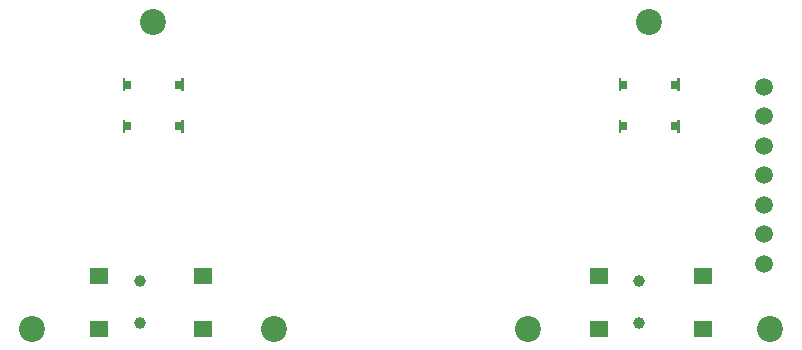
<source format=gbr>
%TF.GenerationSoftware,KiCad,Pcbnew,(5.1.10)-1*%
%TF.CreationDate,2022-06-08T22:38:54-05:00*%
%TF.ProjectId,GBOYBackController,47424f59-4261-4636-9b43-6f6e74726f6c,rev?*%
%TF.SameCoordinates,Original*%
%TF.FileFunction,Soldermask,Bot*%
%TF.FilePolarity,Negative*%
%FSLAX46Y46*%
G04 Gerber Fmt 4.6, Leading zero omitted, Abs format (unit mm)*
G04 Created by KiCad (PCBNEW (5.1.10)-1) date 2022-06-08 22:38:54*
%MOMM*%
%LPD*%
G01*
G04 APERTURE LIST*
%ADD10C,1.000000*%
%ADD11R,1.600000X1.400000*%
%ADD12C,0.100000*%
%ADD13C,1.500000*%
%ADD14C,2.200000*%
G04 APERTURE END LIST*
D10*
%TO.C,SW4*%
X169400000Y-98000000D03*
X169400000Y-101500000D03*
D11*
X166000000Y-97500000D03*
X174800000Y-97500000D03*
X166000000Y-102000000D03*
X174800000Y-102000000D03*
%TD*%
D10*
%TO.C,SW2*%
X127100000Y-98000000D03*
X127100000Y-101500000D03*
D11*
X123700000Y-97500000D03*
X132500000Y-97500000D03*
X123700000Y-102000000D03*
X132500000Y-102000000D03*
%TD*%
D12*
%TO.C,U1*%
G36*
X130624902Y-81900490D02*
G01*
X130624809Y-81900462D01*
X130624722Y-81900416D01*
X130624646Y-81900354D01*
X130624584Y-81900278D01*
X130624538Y-81900191D01*
X130624510Y-81900098D01*
X130624500Y-81900000D01*
X130624500Y-81700000D01*
X130125000Y-81700000D01*
X130125000Y-81000000D01*
X130624500Y-81000000D01*
X130624500Y-80800000D01*
X130624510Y-80799902D01*
X130624538Y-80799809D01*
X130624584Y-80799722D01*
X130624646Y-80799646D01*
X130624722Y-80799584D01*
X130624809Y-80799538D01*
X130624902Y-80799510D01*
X130625000Y-80799500D01*
X130825000Y-80799500D01*
X130825098Y-80799510D01*
X130825191Y-80799538D01*
X130825278Y-80799584D01*
X130825354Y-80799646D01*
X130825416Y-80799722D01*
X130825462Y-80799809D01*
X130825490Y-80799902D01*
X130825500Y-80800000D01*
X130825500Y-81900000D01*
X130825490Y-81900098D01*
X130825462Y-81900191D01*
X130825416Y-81900278D01*
X130825354Y-81900354D01*
X130825278Y-81900416D01*
X130825191Y-81900462D01*
X130825098Y-81900490D01*
X130825000Y-81900500D01*
X130625000Y-81900500D01*
X130624902Y-81900490D01*
G37*
G36*
X130624902Y-85400490D02*
G01*
X130624809Y-85400462D01*
X130624722Y-85400416D01*
X130624646Y-85400354D01*
X130624584Y-85400278D01*
X130624538Y-85400191D01*
X130624510Y-85400098D01*
X130624500Y-85400000D01*
X130624500Y-85200000D01*
X130125000Y-85200000D01*
X130125000Y-84500000D01*
X130624500Y-84500000D01*
X130624500Y-84300000D01*
X130624510Y-84299902D01*
X130624538Y-84299809D01*
X130624584Y-84299722D01*
X130624646Y-84299646D01*
X130624722Y-84299584D01*
X130624809Y-84299538D01*
X130624902Y-84299510D01*
X130625000Y-84299500D01*
X130825000Y-84299500D01*
X130825098Y-84299510D01*
X130825191Y-84299538D01*
X130825278Y-84299584D01*
X130825354Y-84299646D01*
X130825416Y-84299722D01*
X130825462Y-84299809D01*
X130825490Y-84299902D01*
X130825500Y-84300000D01*
X130825500Y-85400000D01*
X130825490Y-85400098D01*
X130825462Y-85400191D01*
X130825416Y-85400278D01*
X130825354Y-85400354D01*
X130825278Y-85400416D01*
X130825191Y-85400462D01*
X130825098Y-85400490D01*
X130825000Y-85400500D01*
X130625000Y-85400500D01*
X130624902Y-85400490D01*
G37*
G36*
X125875098Y-84299510D02*
G01*
X125875191Y-84299538D01*
X125875278Y-84299584D01*
X125875354Y-84299646D01*
X125875416Y-84299722D01*
X125875462Y-84299809D01*
X125875490Y-84299902D01*
X125875500Y-84300000D01*
X125875500Y-84500000D01*
X126375000Y-84500000D01*
X126375000Y-85200000D01*
X125875500Y-85200000D01*
X125875500Y-85400000D01*
X125875490Y-85400098D01*
X125875462Y-85400191D01*
X125875416Y-85400278D01*
X125875354Y-85400354D01*
X125875278Y-85400416D01*
X125875191Y-85400462D01*
X125875098Y-85400490D01*
X125875000Y-85400500D01*
X125675000Y-85400500D01*
X125674902Y-85400490D01*
X125674809Y-85400462D01*
X125674722Y-85400416D01*
X125674646Y-85400354D01*
X125674584Y-85400278D01*
X125674538Y-85400191D01*
X125674510Y-85400098D01*
X125674500Y-85400000D01*
X125674500Y-84300000D01*
X125674510Y-84299902D01*
X125674538Y-84299809D01*
X125674584Y-84299722D01*
X125674646Y-84299646D01*
X125674722Y-84299584D01*
X125674809Y-84299538D01*
X125674902Y-84299510D01*
X125675000Y-84299500D01*
X125875000Y-84299500D01*
X125875098Y-84299510D01*
G37*
G36*
X125875098Y-80799510D02*
G01*
X125875191Y-80799538D01*
X125875278Y-80799584D01*
X125875354Y-80799646D01*
X125875416Y-80799722D01*
X125875462Y-80799809D01*
X125875490Y-80799902D01*
X125875500Y-80800000D01*
X125875500Y-81000000D01*
X126375000Y-81000000D01*
X126375000Y-81700000D01*
X125875500Y-81700000D01*
X125875500Y-81900000D01*
X125875490Y-81900098D01*
X125875462Y-81900191D01*
X125875416Y-81900278D01*
X125875354Y-81900354D01*
X125875278Y-81900416D01*
X125875191Y-81900462D01*
X125875098Y-81900490D01*
X125875000Y-81900500D01*
X125675000Y-81900500D01*
X125674902Y-81900490D01*
X125674809Y-81900462D01*
X125674722Y-81900416D01*
X125674646Y-81900354D01*
X125674584Y-81900278D01*
X125674538Y-81900191D01*
X125674510Y-81900098D01*
X125674500Y-81900000D01*
X125674500Y-80800000D01*
X125674510Y-80799902D01*
X125674538Y-80799809D01*
X125674584Y-80799722D01*
X125674646Y-80799646D01*
X125674722Y-80799584D01*
X125674809Y-80799538D01*
X125674902Y-80799510D01*
X125675000Y-80799500D01*
X125875000Y-80799500D01*
X125875098Y-80799510D01*
G37*
%TD*%
D13*
%TO.C,TP7*%
X180000000Y-86500000D03*
%TD*%
%TO.C,TP6*%
X180000000Y-81500000D03*
%TD*%
%TO.C,TP5*%
X180000000Y-84000000D03*
%TD*%
%TO.C,TP4*%
X180000000Y-89000000D03*
%TD*%
%TO.C,TP3*%
X180000000Y-91500000D03*
%TD*%
%TO.C,TP2*%
X180000000Y-94000000D03*
%TD*%
%TO.C,TP1*%
X180000000Y-96500000D03*
%TD*%
D14*
%TO.C,H5*%
X128250000Y-76000000D03*
%TD*%
%TO.C,H7*%
X180500000Y-102000000D03*
%TD*%
D12*
%TO.C,U2*%
G36*
X172624902Y-81900490D02*
G01*
X172624809Y-81900462D01*
X172624722Y-81900416D01*
X172624646Y-81900354D01*
X172624584Y-81900278D01*
X172624538Y-81900191D01*
X172624510Y-81900098D01*
X172624500Y-81900000D01*
X172624500Y-81700000D01*
X172125000Y-81700000D01*
X172125000Y-81000000D01*
X172624500Y-81000000D01*
X172624500Y-80800000D01*
X172624510Y-80799902D01*
X172624538Y-80799809D01*
X172624584Y-80799722D01*
X172624646Y-80799646D01*
X172624722Y-80799584D01*
X172624809Y-80799538D01*
X172624902Y-80799510D01*
X172625000Y-80799500D01*
X172825000Y-80799500D01*
X172825098Y-80799510D01*
X172825191Y-80799538D01*
X172825278Y-80799584D01*
X172825354Y-80799646D01*
X172825416Y-80799722D01*
X172825462Y-80799809D01*
X172825490Y-80799902D01*
X172825500Y-80800000D01*
X172825500Y-81900000D01*
X172825490Y-81900098D01*
X172825462Y-81900191D01*
X172825416Y-81900278D01*
X172825354Y-81900354D01*
X172825278Y-81900416D01*
X172825191Y-81900462D01*
X172825098Y-81900490D01*
X172825000Y-81900500D01*
X172625000Y-81900500D01*
X172624902Y-81900490D01*
G37*
G36*
X172624902Y-85400490D02*
G01*
X172624809Y-85400462D01*
X172624722Y-85400416D01*
X172624646Y-85400354D01*
X172624584Y-85400278D01*
X172624538Y-85400191D01*
X172624510Y-85400098D01*
X172624500Y-85400000D01*
X172624500Y-85200000D01*
X172125000Y-85200000D01*
X172125000Y-84500000D01*
X172624500Y-84500000D01*
X172624500Y-84300000D01*
X172624510Y-84299902D01*
X172624538Y-84299809D01*
X172624584Y-84299722D01*
X172624646Y-84299646D01*
X172624722Y-84299584D01*
X172624809Y-84299538D01*
X172624902Y-84299510D01*
X172625000Y-84299500D01*
X172825000Y-84299500D01*
X172825098Y-84299510D01*
X172825191Y-84299538D01*
X172825278Y-84299584D01*
X172825354Y-84299646D01*
X172825416Y-84299722D01*
X172825462Y-84299809D01*
X172825490Y-84299902D01*
X172825500Y-84300000D01*
X172825500Y-85400000D01*
X172825490Y-85400098D01*
X172825462Y-85400191D01*
X172825416Y-85400278D01*
X172825354Y-85400354D01*
X172825278Y-85400416D01*
X172825191Y-85400462D01*
X172825098Y-85400490D01*
X172825000Y-85400500D01*
X172625000Y-85400500D01*
X172624902Y-85400490D01*
G37*
G36*
X167875098Y-84299510D02*
G01*
X167875191Y-84299538D01*
X167875278Y-84299584D01*
X167875354Y-84299646D01*
X167875416Y-84299722D01*
X167875462Y-84299809D01*
X167875490Y-84299902D01*
X167875500Y-84300000D01*
X167875500Y-84500000D01*
X168375000Y-84500000D01*
X168375000Y-85200000D01*
X167875500Y-85200000D01*
X167875500Y-85400000D01*
X167875490Y-85400098D01*
X167875462Y-85400191D01*
X167875416Y-85400278D01*
X167875354Y-85400354D01*
X167875278Y-85400416D01*
X167875191Y-85400462D01*
X167875098Y-85400490D01*
X167875000Y-85400500D01*
X167675000Y-85400500D01*
X167674902Y-85400490D01*
X167674809Y-85400462D01*
X167674722Y-85400416D01*
X167674646Y-85400354D01*
X167674584Y-85400278D01*
X167674538Y-85400191D01*
X167674510Y-85400098D01*
X167674500Y-85400000D01*
X167674500Y-84300000D01*
X167674510Y-84299902D01*
X167674538Y-84299809D01*
X167674584Y-84299722D01*
X167674646Y-84299646D01*
X167674722Y-84299584D01*
X167674809Y-84299538D01*
X167674902Y-84299510D01*
X167675000Y-84299500D01*
X167875000Y-84299500D01*
X167875098Y-84299510D01*
G37*
G36*
X167875098Y-80799510D02*
G01*
X167875191Y-80799538D01*
X167875278Y-80799584D01*
X167875354Y-80799646D01*
X167875416Y-80799722D01*
X167875462Y-80799809D01*
X167875490Y-80799902D01*
X167875500Y-80800000D01*
X167875500Y-81000000D01*
X168375000Y-81000000D01*
X168375000Y-81700000D01*
X167875500Y-81700000D01*
X167875500Y-81900000D01*
X167875490Y-81900098D01*
X167875462Y-81900191D01*
X167875416Y-81900278D01*
X167875354Y-81900354D01*
X167875278Y-81900416D01*
X167875191Y-81900462D01*
X167875098Y-81900490D01*
X167875000Y-81900500D01*
X167675000Y-81900500D01*
X167674902Y-81900490D01*
X167674809Y-81900462D01*
X167674722Y-81900416D01*
X167674646Y-81900354D01*
X167674584Y-81900278D01*
X167674538Y-81900191D01*
X167674510Y-81900098D01*
X167674500Y-81900000D01*
X167674500Y-80800000D01*
X167674510Y-80799902D01*
X167674538Y-80799809D01*
X167674584Y-80799722D01*
X167674646Y-80799646D01*
X167674722Y-80799584D01*
X167674809Y-80799538D01*
X167674902Y-80799510D01*
X167675000Y-80799500D01*
X167875000Y-80799500D01*
X167875098Y-80799510D01*
G37*
%TD*%
D14*
%TO.C,H6*%
X170250000Y-76000000D03*
%TD*%
%TO.C,H3*%
X160000000Y-102000000D03*
%TD*%
%TO.C,H2*%
X138500000Y-102000000D03*
%TD*%
%TO.C,H1*%
X118000000Y-102000000D03*
%TD*%
M02*

</source>
